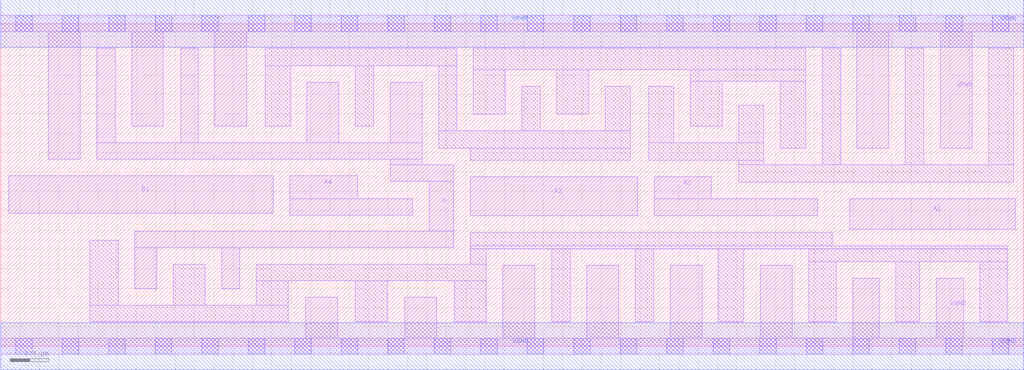
<source format=lef>
# Copyright 2020 The SkyWater PDK Authors
#
# Licensed under the Apache License, Version 2.0 (the "License");
# you may not use this file except in compliance with the License.
# You may obtain a copy of the License at
#
#     https://www.apache.org/licenses/LICENSE-2.0
#
# Unless required by applicable law or agreed to in writing, software
# distributed under the License is distributed on an "AS IS" BASIS,
# WITHOUT WARRANTIES OR CONDITIONS OF ANY KIND, either express or implied.
# See the License for the specific language governing permissions and
# limitations under the License.
#
# SPDX-License-Identifier: Apache-2.0

VERSION 5.7 ;
  NAMESCASESENSITIVE ON ;
  NOWIREEXTENSIONATPIN ON ;
  DIVIDERCHAR "/" ;
  BUSBITCHARS "[]" ;
UNITS
  DATABASE MICRONS 200 ;
END UNITS
MACRO sky130_fd_sc_lp__o41ai_4
  CLASS CORE ;
  SOURCE USER ;
  FOREIGN sky130_fd_sc_lp__o41ai_4 ;
  ORIGIN  0.000000  0.000000 ;
  SIZE  10.56000 BY  3.330000 ;
  SYMMETRY X Y R90 ;
  SITE unit ;
  PIN A1
    ANTENNAGATEAREA  1.260000 ;
    DIRECTION INPUT ;
    USE SIGNAL ;
    PORT
      LAYER li1 ;
        RECT 8.765000 1.210000 10.475000 1.525000 ;
    END
  END A1
  PIN A2
    ANTENNAGATEAREA  1.260000 ;
    DIRECTION INPUT ;
    USE SIGNAL ;
    PORT
      LAYER li1 ;
        RECT 6.745000 1.345000 8.435000 1.525000 ;
        RECT 6.745000 1.525000 7.335000 1.750000 ;
    END
  END A2
  PIN A3
    ANTENNAGATEAREA  1.260000 ;
    DIRECTION INPUT ;
    USE SIGNAL ;
    PORT
      LAYER li1 ;
        RECT 4.845000 1.345000 6.575000 1.750000 ;
    END
  END A3
  PIN A4
    ANTENNAGATEAREA  1.260000 ;
    DIRECTION INPUT ;
    USE SIGNAL ;
    PORT
      LAYER li1 ;
        RECT 2.985000 1.355000 4.255000 1.525000 ;
        RECT 2.985000 1.525000 3.685000 1.760000 ;
    END
  END A4
  PIN B1
    ANTENNAGATEAREA  1.260000 ;
    DIRECTION INPUT ;
    USE SIGNAL ;
    PORT
      LAYER li1 ;
        RECT 0.085000 1.375000 2.815000 1.760000 ;
    END
  END B1
  PIN Y
    ANTENNADIFFAREA  1.881600 ;
    DIRECTION OUTPUT ;
    USE SIGNAL ;
    PORT
      LAYER li1 ;
        RECT 0.990000 1.930000 4.350000 2.100000 ;
        RECT 0.990000 2.100000 1.180000 3.075000 ;
        RECT 1.385000 0.595000 1.610000 1.015000 ;
        RECT 1.385000 1.015000 4.675000 1.185000 ;
        RECT 1.860000 2.100000 2.040000 3.075000 ;
        RECT 2.280000 0.595000 2.470000 1.015000 ;
        RECT 3.160000 2.100000 3.490000 2.725000 ;
        RECT 4.020000 1.705000 4.675000 1.875000 ;
        RECT 4.020000 1.875000 4.350000 1.930000 ;
        RECT 4.020000 2.100000 4.350000 2.725000 ;
        RECT 4.425000 1.185000 4.675000 1.705000 ;
    END
  END Y
  PIN VGND
    DIRECTION INOUT ;
    USE GROUND ;
    PORT
      LAYER li1 ;
        RECT 0.000000 -0.085000 10.560000 0.085000 ;
        RECT 3.150000  0.085000  3.480000 0.505000 ;
        RECT 4.170000  0.085000  4.500000 0.505000 ;
        RECT 5.185000  0.085000  5.515000 0.835000 ;
        RECT 6.050000  0.085000  6.380000 0.835000 ;
        RECT 6.910000  0.085000  7.240000 0.835000 ;
        RECT 7.840000  0.085000  8.170000 0.835000 ;
        RECT 8.795000  0.085000  9.070000 0.700000 ;
        RECT 9.660000  0.085000  9.940000 0.700000 ;
      LAYER mcon ;
        RECT  0.155000 -0.085000  0.325000 0.085000 ;
        RECT  0.635000 -0.085000  0.805000 0.085000 ;
        RECT  1.115000 -0.085000  1.285000 0.085000 ;
        RECT  1.595000 -0.085000  1.765000 0.085000 ;
        RECT  2.075000 -0.085000  2.245000 0.085000 ;
        RECT  2.555000 -0.085000  2.725000 0.085000 ;
        RECT  3.035000 -0.085000  3.205000 0.085000 ;
        RECT  3.515000 -0.085000  3.685000 0.085000 ;
        RECT  3.995000 -0.085000  4.165000 0.085000 ;
        RECT  4.475000 -0.085000  4.645000 0.085000 ;
        RECT  4.955000 -0.085000  5.125000 0.085000 ;
        RECT  5.435000 -0.085000  5.605000 0.085000 ;
        RECT  5.915000 -0.085000  6.085000 0.085000 ;
        RECT  6.395000 -0.085000  6.565000 0.085000 ;
        RECT  6.875000 -0.085000  7.045000 0.085000 ;
        RECT  7.355000 -0.085000  7.525000 0.085000 ;
        RECT  7.835000 -0.085000  8.005000 0.085000 ;
        RECT  8.315000 -0.085000  8.485000 0.085000 ;
        RECT  8.795000 -0.085000  8.965000 0.085000 ;
        RECT  9.275000 -0.085000  9.445000 0.085000 ;
        RECT  9.755000 -0.085000  9.925000 0.085000 ;
        RECT 10.235000 -0.085000 10.405000 0.085000 ;
      LAYER met1 ;
        RECT 0.000000 -0.245000 10.560000 0.245000 ;
    END
  END VGND
  PIN VPWR
    DIRECTION INOUT ;
    USE POWER ;
    PORT
      LAYER li1 ;
        RECT 0.000000 3.245000 10.560000 3.415000 ;
        RECT 0.490000 1.930000  0.820000 3.245000 ;
        RECT 1.350000 2.270000  1.680000 3.245000 ;
        RECT 2.210000 2.270000  2.540000 3.245000 ;
        RECT 8.840000 2.045000  9.170000 3.245000 ;
        RECT 9.700000 2.045000 10.030000 3.245000 ;
      LAYER mcon ;
        RECT  0.155000 3.245000  0.325000 3.415000 ;
        RECT  0.635000 3.245000  0.805000 3.415000 ;
        RECT  1.115000 3.245000  1.285000 3.415000 ;
        RECT  1.595000 3.245000  1.765000 3.415000 ;
        RECT  2.075000 3.245000  2.245000 3.415000 ;
        RECT  2.555000 3.245000  2.725000 3.415000 ;
        RECT  3.035000 3.245000  3.205000 3.415000 ;
        RECT  3.515000 3.245000  3.685000 3.415000 ;
        RECT  3.995000 3.245000  4.165000 3.415000 ;
        RECT  4.475000 3.245000  4.645000 3.415000 ;
        RECT  4.955000 3.245000  5.125000 3.415000 ;
        RECT  5.435000 3.245000  5.605000 3.415000 ;
        RECT  5.915000 3.245000  6.085000 3.415000 ;
        RECT  6.395000 3.245000  6.565000 3.415000 ;
        RECT  6.875000 3.245000  7.045000 3.415000 ;
        RECT  7.355000 3.245000  7.525000 3.415000 ;
        RECT  7.835000 3.245000  8.005000 3.415000 ;
        RECT  8.315000 3.245000  8.485000 3.415000 ;
        RECT  8.795000 3.245000  8.965000 3.415000 ;
        RECT  9.275000 3.245000  9.445000 3.415000 ;
        RECT  9.755000 3.245000  9.925000 3.415000 ;
        RECT 10.235000 3.245000 10.405000 3.415000 ;
      LAYER met1 ;
        RECT 0.000000 3.085000 10.560000 3.575000 ;
    END
  END VPWR
  OBS
    LAYER li1 ;
      RECT  0.920000 0.255000  2.970000 0.425000 ;
      RECT  0.920000 0.425000  1.215000 1.095000 ;
      RECT  1.780000 0.425000  2.110000 0.845000 ;
      RECT  2.640000 0.425000  2.970000 0.675000 ;
      RECT  2.640000 0.675000  5.015000 0.845000 ;
      RECT  2.730000 2.270000  2.990000 2.895000 ;
      RECT  2.730000 2.895000  4.710000 3.075000 ;
      RECT  3.660000 0.255000  3.990000 0.675000 ;
      RECT  3.660000 2.270000  3.850000 2.895000 ;
      RECT  4.520000 2.045000  6.500000 2.225000 ;
      RECT  4.520000 2.225000  4.710000 2.895000 ;
      RECT  4.680000 0.255000  5.015000 0.675000 ;
      RECT  4.845000 0.845000  5.015000 1.005000 ;
      RECT  4.845000 1.005000 10.390000 1.040000 ;
      RECT  4.845000 1.040000  8.585000 1.175000 ;
      RECT  4.845000 1.920000  6.500000 2.045000 ;
      RECT  4.880000 2.395000  5.210000 2.855000 ;
      RECT  4.880000 2.855000  8.310000 3.075000 ;
      RECT  5.380000 2.225000  5.570000 2.685000 ;
      RECT  5.690000 0.255000  5.880000 1.005000 ;
      RECT  5.740000 2.395000  6.070000 2.855000 ;
      RECT  6.240000 2.225000  6.500000 2.685000 ;
      RECT  6.550000 0.255000  6.740000 1.005000 ;
      RECT  6.690000 1.920000  7.880000 2.100000 ;
      RECT  6.690000 2.100000  6.950000 2.685000 ;
      RECT  7.120000 2.270000  7.450000 2.735000 ;
      RECT  7.120000 2.735000  8.310000 2.855000 ;
      RECT  7.410000 0.255000  7.670000 1.005000 ;
      RECT  7.620000 1.695000 10.460000 1.875000 ;
      RECT  7.620000 1.875000  7.880000 1.920000 ;
      RECT  7.620000 2.100000  7.880000 2.490000 ;
      RECT  8.050000 2.045000  8.310000 2.735000 ;
      RECT  8.340000 0.255000  8.625000 0.870000 ;
      RECT  8.340000 0.870000 10.390000 1.005000 ;
      RECT  8.480000 1.875000  8.670000 3.075000 ;
      RECT  9.240000 0.255000  9.490000 0.870000 ;
      RECT  9.340000 1.875000  9.530000 3.075000 ;
      RECT 10.110000 0.255000 10.390000 0.870000 ;
      RECT 10.200000 1.875000 10.460000 3.075000 ;
  END
END sky130_fd_sc_lp__o41ai_4

</source>
